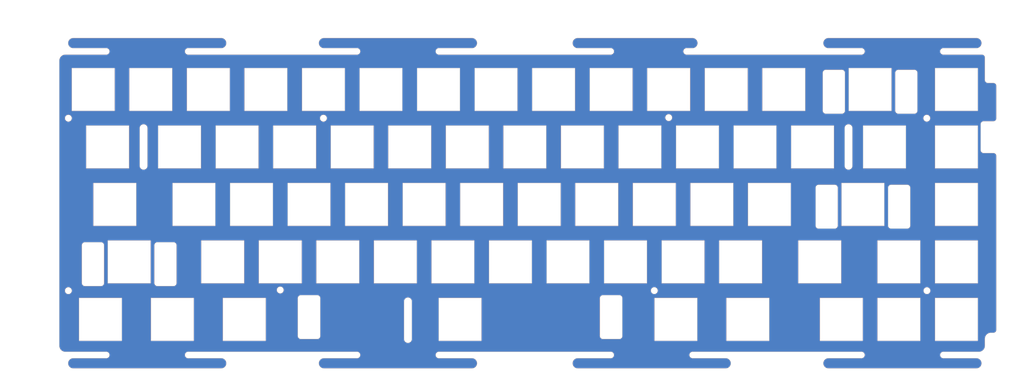
<source format=kicad_pcb>
(kicad_pcb (version 20171130) (host pcbnew "(5.1.10)-1")
  (layers (0 F.Cu signal) (31 B.Cu signal) (34 B.Paste user) (35 F.Paste user) (36 B.SilkS user) (37 F.SilkS user) (38 B.Mask user) (39 F.Mask user) (44 Edge.Cuts user))
  (net 0 "")
  (module MX_Only_v3:sanpjxlogo (layer F.Cu) (at 186.309 78.486)
    (fp_text reference G*** hide)
    (fp_text value LOGO hide)
  )
  (gr_line (start -36.680838 85.433219) (end -50.820838 85.433219) (layer Edge.Cuts) (width 0.1))
  (gr_line (start -36.680838 71.293219) (end -36.680838 85.433219) (layer Edge.Cuts) (width 0.1))
  (gr_line (start -50.820838 71.293219) (end -36.680838 71.293219) (layer Edge.Cuts) (width 0.1))
  (gr_line (start -50.820838 85.433219) (end -50.820838 71.293219) (layer Edge.Cuts) (width 0.1))
  (gr_line (start -12.868338 85.433219) (end -27.008338 85.433219) (layer Edge.Cuts) (width 0.1))
  (gr_line (start -12.868338 71.293219) (end -12.868338 85.433219) (layer Edge.Cuts) (width 0.1))
  (gr_line (start -27.008338 71.293219) (end -12.868338 71.293219) (layer Edge.Cuts) (width 0.1))
  (gr_line (start -27.008338 85.433219) (end -27.008338 71.293219) (layer Edge.Cuts) (width 0.1))
  (gr_line (start 10.944161 85.433219) (end -3.195838 85.433219) (layer Edge.Cuts) (width 0.1))
  (gr_line (start 10.944161 71.293219) (end 10.944161 85.433219) (layer Edge.Cuts) (width 0.1))
  (gr_line (start -3.195838 71.293219) (end 10.944161 71.293219) (layer Edge.Cuts) (width 0.1))
  (gr_line (start -3.195838 85.433219) (end -3.195838 71.293219) (layer Edge.Cuts) (width 0.1))
  (gr_line (start 82.381661 85.433219) (end 68.241661 85.433219) (layer Edge.Cuts) (width 0.1))
  (gr_line (start 82.381661 71.293219) (end 82.381661 85.433219) (layer Edge.Cuts) (width 0.1))
  (gr_line (start 68.241661 71.293219) (end 82.381661 71.293219) (layer Edge.Cuts) (width 0.1))
  (gr_line (start 68.241661 85.433219) (end 68.241661 71.293219) (layer Edge.Cuts) (width 0.1))
  (gr_line (start 153.819161 85.433219) (end 139.679161 85.433219) (layer Edge.Cuts) (width 0.1))
  (gr_line (start 153.819161 71.293219) (end 153.819161 85.433219) (layer Edge.Cuts) (width 0.1))
  (gr_line (start 139.679161 71.293219) (end 153.819161 71.293219) (layer Edge.Cuts) (width 0.1))
  (gr_line (start 139.679161 85.433219) (end 139.679161 71.293219) (layer Edge.Cuts) (width 0.1))
  (gr_line (start 163.491661 85.433219) (end 163.491661 71.293219) (layer Edge.Cuts) (width 0.1))
  (gr_line (start 177.631661 85.433219) (end 163.491661 85.433219) (layer Edge.Cuts) (width 0.1))
  (gr_line (start 177.631661 71.293219) (end 177.631661 85.433219) (layer Edge.Cuts) (width 0.1))
  (gr_line (start 163.491661 71.293219) (end 177.631661 71.293219) (layer Edge.Cuts) (width 0.1))
  (gr_line (start 194.447911 71.293219) (end 208.587911 71.293219) (layer Edge.Cuts) (width 0.1))
  (gr_line (start 194.447911 85.433219) (end 194.447911 71.293219) (layer Edge.Cuts) (width 0.1))
  (gr_line (start 208.587911 85.433219) (end 194.447911 85.433219) (layer Edge.Cuts) (width 0.1))
  (gr_line (start 208.587911 71.293219) (end 208.587911 85.433219) (layer Edge.Cuts) (width 0.1))
  (gr_line (start 213.497911 85.433219) (end 213.497911 71.293219) (layer Edge.Cuts) (width 0.1))
  (gr_line (start 227.637911 85.433219) (end 213.497911 85.433219) (layer Edge.Cuts) (width 0.1))
  (gr_line (start 227.637911 71.293219) (end 227.637911 85.433219) (layer Edge.Cuts) (width 0.1))
  (gr_line (start 213.497911 71.293219) (end 227.637911 71.293219) (layer Edge.Cuts) (width 0.1))
  (gr_line (start 232.547911 85.433219) (end 232.547911 71.293219) (layer Edge.Cuts) (width 0.1))
  (gr_line (start 246.687911 85.433219) (end 232.547911 85.433219) (layer Edge.Cuts) (width 0.1))
  (gr_line (start 246.687911 71.293219) (end 246.687911 85.433219) (layer Edge.Cuts) (width 0.1))
  (gr_line (start 232.547911 71.293219) (end 246.687911 71.293219) (layer Edge.Cuts) (width 0.1))
  (gr_line (start 213.497911 52.243219) (end 227.637911 52.243219) (layer Edge.Cuts) (width 0.1))
  (gr_line (start 213.497911 66.383219) (end 213.497911 52.243219) (layer Edge.Cuts) (width 0.1))
  (gr_line (start 227.637911 66.383219) (end 213.497911 66.383219) (layer Edge.Cuts) (width 0.1))
  (gr_line (start 227.637911 52.243219) (end 227.637911 66.383219) (layer Edge.Cuts) (width 0.1))
  (gr_line (start 232.547911 66.383219) (end 232.547911 52.243219) (layer Edge.Cuts) (width 0.1))
  (gr_line (start 246.687911 66.383219) (end 232.547911 66.383219) (layer Edge.Cuts) (width 0.1))
  (gr_line (start 246.687911 52.243219) (end 246.687911 66.383219) (layer Edge.Cuts) (width 0.1))
  (gr_line (start 232.547911 52.243219) (end 246.687911 52.243219) (layer Edge.Cuts) (width 0.1))
  (gr_line (start 142.060411 66.383219) (end 142.060411 52.243219) (layer Edge.Cuts) (width 0.1))
  (gr_line (start 156.200411 66.383219) (end 142.060411 66.383219) (layer Edge.Cuts) (width 0.1))
  (gr_line (start 156.200411 52.243219) (end 156.200411 66.383219) (layer Edge.Cuts) (width 0.1))
  (gr_line (start 142.060411 52.243219) (end 156.200411 52.243219) (layer Edge.Cuts) (width 0.1))
  (gr_line (start 161.110411 66.383219) (end 161.110411 52.243219) (layer Edge.Cuts) (width 0.1))
  (gr_line (start 175.250411 66.383219) (end 161.110411 66.383219) (layer Edge.Cuts) (width 0.1))
  (gr_line (start 175.250411 52.243219) (end 175.250411 66.383219) (layer Edge.Cuts) (width 0.1))
  (gr_line (start 161.110411 52.243219) (end 175.250411 52.243219) (layer Edge.Cuts) (width 0.1))
  (gr_line (start 65.860411 66.383219) (end 65.860411 52.243219) (layer Edge.Cuts) (width 0.1))
  (gr_line (start 80.000411 66.383219) (end 65.860411 66.383219) (layer Edge.Cuts) (width 0.1))
  (gr_line (start 80.000411 52.243219) (end 80.000411 66.383219) (layer Edge.Cuts) (width 0.1))
  (gr_line (start 65.860411 52.243219) (end 80.000411 52.243219) (layer Edge.Cuts) (width 0.1))
  (gr_line (start 84.910411 66.383219) (end 84.910411 52.243219) (layer Edge.Cuts) (width 0.1))
  (gr_line (start 99.050411 66.383219) (end 84.910411 66.383219) (layer Edge.Cuts) (width 0.1))
  (gr_line (start 99.050411 52.243219) (end 99.050411 66.383219) (layer Edge.Cuts) (width 0.1))
  (gr_line (start 84.910411 52.243219) (end 99.050411 52.243219) (layer Edge.Cuts) (width 0.1))
  (gr_line (start 103.960411 66.383219) (end 103.960411 52.243219) (layer Edge.Cuts) (width 0.1))
  (gr_line (start 118.100411 66.383219) (end 103.960411 66.383219) (layer Edge.Cuts) (width 0.1))
  (gr_line (start 118.100411 52.243219) (end 118.100411 66.383219) (layer Edge.Cuts) (width 0.1))
  (gr_line (start 103.960411 52.243219) (end 118.100411 52.243219) (layer Edge.Cuts) (width 0.1))
  (gr_line (start 123.010411 66.383219) (end 123.010411 52.243219) (layer Edge.Cuts) (width 0.1))
  (gr_line (start 137.150411 66.383219) (end 123.010411 66.383219) (layer Edge.Cuts) (width 0.1))
  (gr_line (start 137.150411 52.243219) (end 137.150411 66.383219) (layer Edge.Cuts) (width 0.1))
  (gr_line (start 123.010411 52.243219) (end 137.150411 52.243219) (layer Edge.Cuts) (width 0.1))
  (gr_line (start 46.810411 52.243219) (end 60.950411 52.243219) (layer Edge.Cuts) (width 0.1))
  (gr_line (start 46.810411 66.383219) (end 46.810411 52.243219) (layer Edge.Cuts) (width 0.1))
  (gr_line (start 60.950411 66.383219) (end 46.810411 66.383219) (layer Edge.Cuts) (width 0.1))
  (gr_line (start 60.950411 52.243219) (end 60.950411 66.383219) (layer Edge.Cuts) (width 0.1))
  (gr_line (start 27.760411 66.383219) (end 27.760411 52.243219) (layer Edge.Cuts) (width 0.1))
  (gr_line (start 41.900411 66.383219) (end 27.760411 66.383219) (layer Edge.Cuts) (width 0.1))
  (gr_line (start 41.900411 52.243219) (end 41.900411 66.383219) (layer Edge.Cuts) (width 0.1))
  (gr_line (start 27.760411 52.243219) (end 41.900411 52.243219) (layer Edge.Cuts) (width 0.1))
  (gr_line (start 22.850411 66.383219) (end 8.710411 66.383219) (layer Edge.Cuts) (width 0.1))
  (gr_line (start 22.850411 52.243219) (end 22.850411 66.383219) (layer Edge.Cuts) (width 0.1))
  (gr_line (start 8.710411 52.243219) (end 22.850411 52.243219) (layer Edge.Cuts) (width 0.1))
  (gr_line (start 8.710411 66.383219) (end 8.710411 52.243219) (layer Edge.Cuts) (width 0.1))
  (gr_line (start 187.304161 66.383219) (end 187.304161 52.243219) (layer Edge.Cuts) (width 0.1))
  (gr_line (start 201.444161 66.383219) (end 187.304161 66.383219) (layer Edge.Cuts) (width 0.1))
  (gr_line (start 201.444161 52.243219) (end 201.444161 66.383219) (layer Edge.Cuts) (width 0.1))
  (gr_line (start 187.304161 52.243219) (end 201.444161 52.243219) (layer Edge.Cuts) (width 0.1))
  (gr_line (start 3.800411 52.243219) (end 3.800411 66.383219) (layer Edge.Cuts) (width 0.1))
  (gr_line (start -10.339588 52.243219) (end 3.800411 52.243219) (layer Edge.Cuts) (width 0.1))
  (gr_line (start -10.339588 66.383219) (end -10.339588 52.243219) (layer Edge.Cuts) (width 0.1))
  (gr_line (start 3.800411 66.383219) (end -10.339588 66.383219) (layer Edge.Cuts) (width 0.1))
  (gr_line (start -27.155838 52.243219) (end -27.155838 66.383219) (layer Edge.Cuts) (width 0.1))
  (gr_line (start -41.295838 52.243219) (end -27.155838 52.243219) (layer Edge.Cuts) (width 0.1))
  (gr_line (start -41.295838 66.383219) (end -41.295838 52.243219) (layer Edge.Cuts) (width 0.1))
  (gr_line (start -27.155838 66.383219) (end -41.295838 66.383219) (layer Edge.Cuts) (width 0.1))
  (gr_line (start 215.731661 33.193219) (end 215.731661 47.333219) (layer Edge.Cuts) (width 0.1))
  (gr_line (start 201.591661 33.193219) (end 215.731661 33.193219) (layer Edge.Cuts) (width 0.1))
  (gr_line (start 201.591661 47.333219) (end 201.591661 33.193219) (layer Edge.Cuts) (width 0.1))
  (gr_line (start 215.731661 47.333219) (end 201.591661 47.333219) (layer Edge.Cuts) (width 0.1))
  (gr_line (start 232.547911 47.333219) (end 232.547911 33.193219) (layer Edge.Cuts) (width 0.1))
  (gr_line (start 246.687911 47.333219) (end 232.547911 47.333219) (layer Edge.Cuts) (width 0.1))
  (gr_line (start 246.687911 33.193219) (end 246.687911 47.333219) (layer Edge.Cuts) (width 0.1))
  (gr_line (start 232.547911 33.193219) (end 246.687911 33.193219) (layer Edge.Cuts) (width 0.1))
  (gr_line (start 146.675411 33.193219) (end 146.675411 47.333219) (layer Edge.Cuts) (width 0.1))
  (gr_line (start 132.535411 33.193219) (end 146.675411 33.193219) (layer Edge.Cuts) (width 0.1))
  (gr_line (start 132.535411 47.333219) (end 132.535411 33.193219) (layer Edge.Cuts) (width 0.1))
  (gr_line (start 146.675411 47.333219) (end 132.535411 47.333219) (layer Edge.Cuts) (width 0.1))
  (gr_line (start 165.725411 33.193219) (end 165.725411 47.333219) (layer Edge.Cuts) (width 0.1))
  (gr_line (start 151.585411 33.193219) (end 165.725411 33.193219) (layer Edge.Cuts) (width 0.1))
  (gr_line (start 151.585411 47.333219) (end 151.585411 33.193219) (layer Edge.Cuts) (width 0.1))
  (gr_line (start 165.725411 47.333219) (end 151.585411 47.333219) (layer Edge.Cuts) (width 0.1))
  (gr_line (start 184.775411 33.193219) (end 184.775411 47.333219) (layer Edge.Cuts) (width 0.1))
  (gr_line (start 170.635411 33.193219) (end 184.775411 33.193219) (layer Edge.Cuts) (width 0.1))
  (gr_line (start 170.635411 47.333219) (end 170.635411 33.193219) (layer Edge.Cuts) (width 0.1))
  (gr_line (start 184.775411 47.333219) (end 170.635411 47.333219) (layer Edge.Cuts) (width 0.1))
  (gr_line (start 70.475411 33.193219) (end 70.475411 47.333219) (layer Edge.Cuts) (width 0.1))
  (gr_line (start 56.335411 33.193219) (end 70.475411 33.193219) (layer Edge.Cuts) (width 0.1))
  (gr_line (start 56.335411 47.333219) (end 56.335411 33.193219) (layer Edge.Cuts) (width 0.1))
  (gr_line (start 70.475411 47.333219) (end 56.335411 47.333219) (layer Edge.Cuts) (width 0.1))
  (gr_line (start 89.525411 33.193219) (end 89.525411 47.333219) (layer Edge.Cuts) (width 0.1))
  (gr_line (start 75.385411 33.193219) (end 89.525411 33.193219) (layer Edge.Cuts) (width 0.1))
  (gr_line (start 75.385411 47.333219) (end 75.385411 33.193219) (layer Edge.Cuts) (width 0.1))
  (gr_line (start 89.525411 47.333219) (end 75.385411 47.333219) (layer Edge.Cuts) (width 0.1))
  (gr_line (start 108.575411 33.193219) (end 108.575411 47.333219) (layer Edge.Cuts) (width 0.1))
  (gr_line (start 94.435411 33.193219) (end 108.575411 33.193219) (layer Edge.Cuts) (width 0.1))
  (gr_line (start 94.435411 47.333219) (end 94.435411 33.193219) (layer Edge.Cuts) (width 0.1))
  (gr_line (start 108.575411 47.333219) (end 94.435411 47.333219) (layer Edge.Cuts) (width 0.1))
  (gr_line (start 127.625411 33.193219) (end 127.625411 47.333219) (layer Edge.Cuts) (width 0.1))
  (gr_line (start 113.485411 33.193219) (end 127.625411 33.193219) (layer Edge.Cuts) (width 0.1))
  (gr_line (start 113.485411 47.333219) (end 113.485411 33.193219) (layer Edge.Cuts) (width 0.1))
  (gr_line (start 127.625411 47.333219) (end 113.485411 47.333219) (layer Edge.Cuts) (width 0.1))
  (gr_line (start 37.285411 47.333219) (end 37.285411 33.193219) (layer Edge.Cuts) (width 0.1))
  (gr_line (start 51.425411 47.333219) (end 37.285411 47.333219) (layer Edge.Cuts) (width 0.1))
  (gr_line (start 51.425411 33.193219) (end 51.425411 47.333219) (layer Edge.Cuts) (width 0.1))
  (gr_line (start 37.285411 33.193219) (end 51.425411 33.193219) (layer Edge.Cuts) (width 0.1))
  (gr_line (start 18.235411 47.333219) (end 18.235411 33.193219) (layer Edge.Cuts) (width 0.1))
  (gr_line (start 32.375411 47.333219) (end 18.235411 47.333219) (layer Edge.Cuts) (width 0.1))
  (gr_line (start 32.375411 33.193219) (end 32.375411 47.333219) (layer Edge.Cuts) (width 0.1))
  (gr_line (start 18.235411 33.193219) (end 32.375411 33.193219) (layer Edge.Cuts) (width 0.1))
  (gr_line (start 13.325411 33.193219) (end 13.325411 47.333219) (layer Edge.Cuts) (width 0.1))
  (gr_line (start -0.814588 33.193219) (end 13.325411 33.193219) (layer Edge.Cuts) (width 0.1))
  (gr_line (start -0.814588 47.333219) (end -0.814588 33.193219) (layer Edge.Cuts) (width 0.1))
  (gr_line (start 13.325411 47.333219) (end -0.814588 47.333219) (layer Edge.Cuts) (width 0.1))
  (gr_line (start -5.724588 33.193219) (end -5.724588 47.333219) (layer Edge.Cuts) (width 0.1))
  (gr_line (start -19.864588 33.193219) (end -5.724588 33.193219) (layer Edge.Cuts) (width 0.1))
  (gr_line (start -19.864588 47.333219) (end -19.864588 33.193219) (layer Edge.Cuts) (width 0.1))
  (gr_line (start -5.724588 47.333219) (end -19.864588 47.333219) (layer Edge.Cuts) (width 0.1))
  (gr_line (start -31.918338 33.193219) (end -31.918338 47.333219) (layer Edge.Cuts) (width 0.1))
  (gr_line (start -46.058338 33.193219) (end -31.918338 33.193219) (layer Edge.Cuts) (width 0.1))
  (gr_line (start -46.058338 47.333219) (end -46.058338 33.193219) (layer Edge.Cuts) (width 0.1))
  (gr_line (start -31.918338 47.333219) (end -46.058338 47.333219) (layer Edge.Cuts) (width 0.1))
  (gr_line (start 232.547911 28.283219) (end 232.547911 14.143219) (layer Edge.Cuts) (width 0.1))
  (gr_line (start 246.687911 28.283219) (end 232.547911 28.283219) (layer Edge.Cuts) (width 0.1))
  (gr_line (start 246.687911 14.143219) (end 246.687911 28.283219) (layer Edge.Cuts) (width 0.1))
  (gr_line (start 232.547911 14.143219) (end 246.687911 14.143219) (layer Edge.Cuts) (width 0.1))
  (gr_line (start 208.735411 28.283219) (end 208.735411 14.143219) (layer Edge.Cuts) (width 0.1))
  (gr_line (start 222.875411 28.283219) (end 208.735411 28.283219) (layer Edge.Cuts) (width 0.1))
  (gr_line (start 222.875411 14.143219) (end 222.875411 28.283219) (layer Edge.Cuts) (width 0.1))
  (gr_line (start 208.735411 14.143219) (end 222.875411 14.143219) (layer Edge.Cuts) (width 0.1))
  (gr_line (start 184.922911 28.283219) (end 184.922911 14.143219) (layer Edge.Cuts) (width 0.1))
  (gr_line (start 199.062911 28.283219) (end 184.922911 28.283219) (layer Edge.Cuts) (width 0.1))
  (gr_line (start 199.062911 14.143219) (end 199.062911 28.283219) (layer Edge.Cuts) (width 0.1))
  (gr_line (start 184.922911 14.143219) (end 199.062911 14.143219) (layer Edge.Cuts) (width 0.1))
  (gr_line (start 165.872911 28.283219) (end 165.872911 14.143219) (layer Edge.Cuts) (width 0.1))
  (gr_line (start 180.012911 28.283219) (end 165.872911 28.283219) (layer Edge.Cuts) (width 0.1))
  (gr_line (start 180.012911 14.143219) (end 180.012911 28.283219) (layer Edge.Cuts) (width 0.1))
  (gr_line (start 165.872911 14.143219) (end 180.012911 14.143219) (layer Edge.Cuts) (width 0.1))
  (gr_line (start 146.822911 28.283219) (end 146.822911 14.143219) (layer Edge.Cuts) (width 0.1))
  (gr_line (start 160.962911 28.283219) (end 146.822911 28.283219) (layer Edge.Cuts) (width 0.1))
  (gr_line (start 160.962911 14.143219) (end 160.962911 28.283219) (layer Edge.Cuts) (width 0.1))
  (gr_line (start 146.822911 14.143219) (end 160.962911 14.143219) (layer Edge.Cuts) (width 0.1))
  (gr_line (start 127.772911 28.283219) (end 127.772911 14.143219) (layer Edge.Cuts) (width 0.1))
  (gr_line (start 141.912911 28.283219) (end 127.772911 28.283219) (layer Edge.Cuts) (width 0.1))
  (gr_line (start 141.912911 14.143219) (end 141.912911 28.283219) (layer Edge.Cuts) (width 0.1))
  (gr_line (start 127.772911 14.143219) (end 141.912911 14.143219) (layer Edge.Cuts) (width 0.1))
  (gr_line (start 108.722911 28.283219) (end 108.722911 14.143219) (layer Edge.Cuts) (width 0.1))
  (gr_line (start 122.862911 28.283219) (end 108.722911 28.283219) (layer Edge.Cuts) (width 0.1))
  (gr_line (start 122.862911 14.143219) (end 122.862911 28.283219) (layer Edge.Cuts) (width 0.1))
  (gr_line (start 108.722911 14.143219) (end 122.862911 14.143219) (layer Edge.Cuts) (width 0.1))
  (gr_line (start 89.672911 28.283219) (end 89.672911 14.143219) (layer Edge.Cuts) (width 0.1))
  (gr_line (start 103.812911 28.283219) (end 89.672911 28.283219) (layer Edge.Cuts) (width 0.1))
  (gr_line (start 103.812911 14.143219) (end 103.812911 28.283219) (layer Edge.Cuts) (width 0.1))
  (gr_line (start 89.672911 14.143219) (end 103.812911 14.143219) (layer Edge.Cuts) (width 0.1))
  (gr_line (start 70.622911 28.283219) (end 70.622911 14.143219) (layer Edge.Cuts) (width 0.1))
  (gr_line (start 84.762911 28.283219) (end 70.622911 28.283219) (layer Edge.Cuts) (width 0.1))
  (gr_line (start 84.762911 14.143219) (end 84.762911 28.283219) (layer Edge.Cuts) (width 0.1))
  (gr_line (start 70.622911 14.143219) (end 84.762911 14.143219) (layer Edge.Cuts) (width 0.1))
  (gr_line (start 51.572911 28.283219) (end 51.572911 14.143219) (layer Edge.Cuts) (width 0.1))
  (gr_line (start 65.712911 28.283219) (end 51.572911 28.283219) (layer Edge.Cuts) (width 0.1))
  (gr_line (start 65.712911 14.143219) (end 65.712911 28.283219) (layer Edge.Cuts) (width 0.1))
  (gr_line (start 51.572911 14.143219) (end 65.712911 14.143219) (layer Edge.Cuts) (width 0.1))
  (gr_line (start 32.522911 28.283219) (end 32.522911 14.143219) (layer Edge.Cuts) (width 0.1))
  (gr_line (start 46.662911 28.283219) (end 32.522911 28.283219) (layer Edge.Cuts) (width 0.1))
  (gr_line (start 46.662911 14.143219) (end 46.662911 28.283219) (layer Edge.Cuts) (width 0.1))
  (gr_line (start 32.522911 14.143219) (end 46.662911 14.143219) (layer Edge.Cuts) (width 0.1))
  (gr_line (start 13.472911 28.283219) (end 13.472911 14.143219) (layer Edge.Cuts) (width 0.1))
  (gr_line (start 27.612911 28.283219) (end 13.472911 28.283219) (layer Edge.Cuts) (width 0.1))
  (gr_line (start 27.612911 14.143219) (end 27.612911 28.283219) (layer Edge.Cuts) (width 0.1))
  (gr_line (start 13.472911 14.143219) (end 27.612911 14.143219) (layer Edge.Cuts) (width 0.1))
  (gr_line (start -5.577088 28.283219) (end -5.577088 14.143219) (layer Edge.Cuts) (width 0.1))
  (gr_line (start 8.562911 28.283219) (end -5.577088 28.283219) (layer Edge.Cuts) (width 0.1))
  (gr_line (start 8.562911 14.143219) (end 8.562911 28.283219) (layer Edge.Cuts) (width 0.1))
  (gr_line (start -5.577088 14.143219) (end 8.562911 14.143219) (layer Edge.Cuts) (width 0.1))
  (gr_line (start -24.627088 28.283219) (end -24.627088 14.143219) (layer Edge.Cuts) (width 0.1))
  (gr_line (start -10.487088 28.283219) (end -24.627088 28.283219) (layer Edge.Cuts) (width 0.1))
  (gr_line (start -10.487088 14.143219) (end -10.487088 28.283219) (layer Edge.Cuts) (width 0.1))
  (gr_line (start -24.627088 14.143219) (end -10.487088 14.143219) (layer Edge.Cuts) (width 0.1))
  (gr_line (start -34.299588 14.143219) (end -34.299588 28.283219) (layer Edge.Cuts) (width 0.1))
  (gr_line (start -48.439588 14.143219) (end -34.299588 14.143219) (layer Edge.Cuts) (width 0.1))
  (gr_line (start -48.439588 28.283219) (end -48.439588 14.143219) (layer Edge.Cuts) (width 0.1))
  (gr_line (start -34.299588 28.283219) (end -48.439588 28.283219) (layer Edge.Cuts) (width 0.1))
  (gr_line (start 246.687911 9.233219) (end 232.547911 9.233219) (layer Edge.Cuts) (width 0.1))
  (gr_line (start 246.687911 -4.90678) (end 246.687911 9.233219) (layer Edge.Cuts) (width 0.1))
  (gr_line (start 232.547911 -4.90678) (end 246.687911 -4.90678) (layer Edge.Cuts) (width 0.1))
  (gr_line (start 232.547911 9.233219) (end 232.547911 -4.90678) (layer Edge.Cuts) (width 0.1))
  (gr_line (start 189.537911 9.233219) (end 175.397911 9.233219) (layer Edge.Cuts) (width 0.1))
  (gr_line (start 189.537911 -4.90678) (end 189.537911 9.233219) (layer Edge.Cuts) (width 0.1))
  (gr_line (start 175.397911 -4.90678) (end 189.537911 -4.90678) (layer Edge.Cuts) (width 0.1))
  (gr_line (start 175.397911 9.233219) (end 175.397911 -4.90678) (layer Edge.Cuts) (width 0.1))
  (gr_line (start 218.112911 -4.90678) (end 218.112911 9.233219) (layer Edge.Cuts) (width 0.1))
  (gr_line (start 203.972911 -4.90678) (end 218.112911 -4.90678) (layer Edge.Cuts) (width 0.1))
  (gr_line (start 203.972911 9.233219) (end 203.972911 -4.90678) (layer Edge.Cuts) (width 0.1))
  (gr_line (start 218.112911 9.233219) (end 203.972911 9.233219) (layer Edge.Cuts) (width 0.1))
  (gr_line (start 156.347911 9.233219) (end 156.347911 -4.90678) (layer Edge.Cuts) (width 0.1))
  (gr_line (start 170.487911 9.233219) (end 156.347911 9.233219) (layer Edge.Cuts) (width 0.1))
  (gr_line (start 170.487911 -4.90678) (end 170.487911 9.233219) (layer Edge.Cuts) (width 0.1))
  (gr_line (start 156.347911 -4.90678) (end 170.487911 -4.90678) (layer Edge.Cuts) (width 0.1))
  (gr_line (start 137.297911 9.233219) (end 137.297911 -4.90678) (layer Edge.Cuts) (width 0.1))
  (gr_line (start 151.437911 9.233219) (end 137.297911 9.233219) (layer Edge.Cuts) (width 0.1))
  (gr_line (start 151.437911 -4.90678) (end 151.437911 9.233219) (layer Edge.Cuts) (width 0.1))
  (gr_line (start 137.297911 -4.90678) (end 151.437911 -4.90678) (layer Edge.Cuts) (width 0.1))
  (gr_line (start 118.247911 9.233219) (end 118.247911 -4.90678) (layer Edge.Cuts) (width 0.1))
  (gr_line (start 132.387911 9.233219) (end 118.247911 9.233219) (layer Edge.Cuts) (width 0.1))
  (gr_line (start 132.387911 -4.90678) (end 132.387911 9.233219) (layer Edge.Cuts) (width 0.1))
  (gr_line (start 118.247911 -4.90678) (end 132.387911 -4.90678) (layer Edge.Cuts) (width 0.1))
  (gr_line (start 99.197911 9.233219) (end 99.197911 -4.90678) (layer Edge.Cuts) (width 0.1))
  (gr_line (start 113.337911 9.233219) (end 99.197911 9.233219) (layer Edge.Cuts) (width 0.1))
  (gr_line (start 113.337911 -4.90678) (end 113.337911 9.233219) (layer Edge.Cuts) (width 0.1))
  (gr_line (start 99.197911 -4.90678) (end 113.337911 -4.90678) (layer Edge.Cuts) (width 0.1))
  (gr_line (start 80.147911 9.233219) (end 80.147911 -4.90678) (layer Edge.Cuts) (width 0.1))
  (gr_line (start 94.287911 9.233219) (end 80.147911 9.233219) (layer Edge.Cuts) (width 0.1))
  (gr_line (start 94.287911 -4.90678) (end 94.287911 9.233219) (layer Edge.Cuts) (width 0.1))
  (gr_line (start 80.147911 -4.90678) (end 94.287911 -4.90678) (layer Edge.Cuts) (width 0.1))
  (gr_line (start 61.097911 9.233219) (end 61.097911 -4.90678) (layer Edge.Cuts) (width 0.1))
  (gr_line (start 75.237911 9.233219) (end 61.097911 9.233219) (layer Edge.Cuts) (width 0.1))
  (gr_line (start 75.237911 -4.90678) (end 75.237911 9.233219) (layer Edge.Cuts) (width 0.1))
  (gr_line (start 61.097911 -4.90678) (end 75.237911 -4.90678) (layer Edge.Cuts) (width 0.1))
  (gr_line (start 42.047911 9.233219) (end 42.047911 -4.90678) (layer Edge.Cuts) (width 0.1))
  (gr_line (start 56.187911 9.233219) (end 42.047911 9.233219) (layer Edge.Cuts) (width 0.1))
  (gr_line (start 56.187911 -4.90678) (end 56.187911 9.233219) (layer Edge.Cuts) (width 0.1))
  (gr_line (start 42.047911 -4.90678) (end 56.187911 -4.90678) (layer Edge.Cuts) (width 0.1))
  (gr_line (start 22.997911 9.233219) (end 22.997911 -4.90678) (layer Edge.Cuts) (width 0.1))
  (gr_line (start 37.137911 9.233219) (end 22.997911 9.233219) (layer Edge.Cuts) (width 0.1))
  (gr_line (start 37.137911 -4.90678) (end 37.137911 9.233219) (layer Edge.Cuts) (width 0.1))
  (gr_line (start 22.997911 -4.90678) (end 37.137911 -4.90678) (layer Edge.Cuts) (width 0.1))
  (gr_line (start 3.947911 9.233219) (end 3.947911 -4.90678) (layer Edge.Cuts) (width 0.1))
  (gr_line (start 18.087911 9.233219) (end 3.947911 9.233219) (layer Edge.Cuts) (width 0.1))
  (gr_line (start 18.087911 -4.90678) (end 18.087911 9.233219) (layer Edge.Cuts) (width 0.1))
  (gr_line (start 3.947911 -4.90678) (end 18.087911 -4.90678) (layer Edge.Cuts) (width 0.1))
  (gr_line (start -15.102088 9.233219) (end -15.102088 -4.90678) (layer Edge.Cuts) (width 0.1))
  (gr_line (start -0.962088 9.233219) (end -15.102088 9.233219) (layer Edge.Cuts) (width 0.1))
  (gr_line (start -0.962088 -4.90678) (end -0.962088 9.233219) (layer Edge.Cuts) (width 0.1))
  (gr_line (start -15.102088 -4.90678) (end -0.962088 -4.90678) (layer Edge.Cuts) (width 0.1))
  (gr_line (start -34.152088 9.233219) (end -34.152088 -4.90678) (layer Edge.Cuts) (width 0.1))
  (gr_line (start -20.012088 9.233219) (end -34.152088 9.233219) (layer Edge.Cuts) (width 0.1))
  (gr_line (start -20.012088 -4.90678) (end -20.012088 9.233219) (layer Edge.Cuts) (width 0.1))
  (gr_line (start -34.152088 -4.90678) (end -20.012088 -4.90678) (layer Edge.Cuts) (width 0.1))
  (gr_line (start -39.062088 9.233219) (end -53.202088 9.233219) (layer Edge.Cuts) (width 0.1))
  (gr_line (start -39.062088 -4.90678) (end -39.062088 9.233219) (layer Edge.Cuts) (width 0.1))
  (gr_line (start -53.202088 -4.90678) (end -39.062088 -4.90678) (layer Edge.Cuts) (width 0.1))
  (gr_line (start -53.202088 9.233219) (end -53.202088 -4.90678) (layer Edge.Cuts) (width 0.1))
  (gr_line (start 114.240911 -14.91678) (end 152.240911 -14.91678) (layer Edge.Cuts) (width 0.1))
  (gr_arc (start 152.240911 -13.216845) (end 152.240911 -11.51691) (angle -180) (layer Edge.Cuts) (width 0.1))
  (gr_arc (start 150.292161 -10.46691) (end 150.240911 -11.51691) (angle -174.4112759) (layer Edge.Cuts) (width 0.1))
  (gr_line (start 152.240911 -11.51691) (end 150.240911 -11.51691) (layer Edge.Cuts) (width 0.1))
  (gr_arc (start 208.189661 90.172339) (end 208.240911 91.222339) (angle -174.4112759) (layer Edge.Cuts) (width 0.1))
  (gr_arc (start 246.244911 92.922779) (end 246.242372 94.622712) (angle -180.1710961) (layer Edge.Cuts) (width 0.1))
  (gr_arc (start 251.054911 84.823219) (end 251.054911 82.823219) (angle -90) (layer Edge.Cuts) (width 0.1))
  (gr_circle (center 229.855411 68.853219) (end 230.955411 68.853219) (layer Edge.Cuts) (width 0.1))
  (gr_arc (start 247.054911 87.123219) (end 247.054911 89.123219) (angle -90) (layer Edge.Cuts) (width 0.1))
  (gr_line (start 114.243449 91.222339) (end 125.240911 91.222339) (layer Edge.Cuts) (width 0.1))
  (gr_arc (start 125.189661 -10.46691) (end 125.240911 -9.41691) (angle -174.4112759) (layer Edge.Cuts) (width 0.1))
  (gr_arc (start 114.240911 -13.216845) (end 114.240911 -14.91678) (angle -180) (layer Edge.Cuts) (width 0.1))
  (gr_line (start 152.240911 91.222339) (end 163.238372 91.222339) (layer Edge.Cuts) (width 0.1))
  (gr_line (start 114.240911 94.623219) (end 163.240911 94.623219) (layer Edge.Cuts) (width 0.1))
  (gr_circle (center 144.372911 11.483219) (end 145.472911 11.483219) (layer Edge.Cuts) (width 0.1))
  (gr_line (start 125.240911 -11.51691) (end 114.240911 -11.51691) (layer Edge.Cuts) (width 0.1))
  (gr_arc (start 152.292161 90.172339) (end 152.240911 89.122339) (angle -174.4112759) (layer Edge.Cuts) (width 0.1))
  (gr_arc (start 163.240911 92.922779) (end 163.238372 94.622712) (angle -180.1710961) (layer Edge.Cuts) (width 0.1))
  (gr_arc (start 125.189661 90.172339) (end 125.240911 91.222339) (angle -174.4112759) (layer Edge.Cuts) (width 0.1))
  (gr_line (start -52.759088 94.623219) (end -3.759088 94.623219) (layer Edge.Cuts) (width 0.1))
  (gr_arc (start 114.240911 92.922779) (end 114.243449 91.222846) (angle -180.1710961) (layer Edge.Cuts) (width 0.1))
  (gr_line (start -52.75655 91.222339) (end -41.759088 91.222339) (layer Edge.Cuts) (width 0.1))
  (gr_circle (center -54.364588 68.853219) (end -53.264588 68.853219) (layer Edge.Cuts) (width 0.1))
  (gr_arc (start -52.759088 92.922779) (end -52.75655 91.222846) (angle -180.1710961) (layer Edge.Cuts) (width 0.1))
  (gr_line (start -14.759088 89.122339) (end 41.240911 89.122339) (layer Edge.Cuts) (width 0.1))
  (gr_line (start -57.369088 -7.41691) (end -57.369088 87.122339) (layer Edge.Cuts) (width 0.1))
  (gr_arc (start -55.369088 87.122339) (end -57.369088 87.122339) (angle -90) (layer Edge.Cuts) (width 0.1))
  (gr_line (start -55.369088 89.122339) (end -41.759088 89.122339) (layer Edge.Cuts) (width 0.1))
  (gr_arc (start -43.575838 53.813219) (end -42.575838 53.813219) (angle -90) (layer Edge.Cuts) (width 0.1))
  (gr_line (start -48.875838 52.813219) (end -43.575838 52.813219) (layer Edge.Cuts) (width 0.1))
  (gr_arc (start -48.875838 53.813219) (end -48.875838 52.813219) (angle -90) (layer Edge.Cuts) (width 0.1))
  (gr_line (start -49.875838 66.313219) (end -49.875838 53.813219) (layer Edge.Cuts) (width 0.1))
  (gr_arc (start -48.875838 66.313219) (end -49.875838 66.313219) (angle -90) (layer Edge.Cuts) (width 0.1))
  (gr_line (start -43.575838 67.313219) (end -48.875838 67.313219) (layer Edge.Cuts) (width 0.1))
  (gr_arc (start -43.575838 66.313219) (end -43.575838 67.313219) (angle -90) (layer Edge.Cuts) (width 0.1))
  (gr_line (start -42.575838 53.813219) (end -42.575838 66.313219) (layer Edge.Cuts) (width 0.1))
  (gr_arc (start -24.875838 66.313219) (end -25.875838 66.313219) (angle -90) (layer Edge.Cuts) (width 0.1))
  (gr_line (start -19.575838 67.313219) (end -24.875838 67.313219) (layer Edge.Cuts) (width 0.1))
  (gr_arc (start -19.575838 66.313219) (end -19.575838 67.313219) (angle -90) (layer Edge.Cuts) (width 0.1))
  (gr_line (start -18.575838 53.813219) (end -18.575838 66.313219) (layer Edge.Cuts) (width 0.1))
  (gr_arc (start -19.575838 53.813219) (end -18.575838 53.813219) (angle -90) (layer Edge.Cuts) (width 0.1))
  (gr_line (start -24.875838 52.813219) (end -19.575838 52.813219) (layer Edge.Cuts) (width 0.1))
  (gr_arc (start -24.875838 53.813219) (end -24.875838 52.813219) (angle -90) (layer Edge.Cuts) (width 0.1))
  (gr_line (start -25.875838 66.313219) (end -25.875838 53.813219) (layer Edge.Cuts) (width 0.1))
  (gr_circle (center 139.605411 68.833219) (end 140.705411 68.833219) (layer Edge.Cuts) (width 0.1))
  (gr_arc (start -41.810338 90.172339) (end -41.759088 91.222339) (angle -174.4112759) (layer Edge.Cuts) (width 0.1))
  (gr_line (start 41.240911 -9.41691) (end -14.759088 -9.41691) (layer Edge.Cuts) (width 0.1))
  (gr_line (start 129.011661 71.363219) (end 129.011661 83.863219) (layer Edge.Cuts) (width 0.1))
  (gr_arc (start 128.011661 71.363219) (end 129.011661 71.363219) (angle -90) (layer Edge.Cuts) (width 0.1))
  (gr_line (start 122.611661 70.363219) (end 128.011661 70.363219) (layer Edge.Cuts) (width 0.1))
  (gr_arc (start 122.611661 71.363219) (end 122.611661 70.363219) (angle -90) (layer Edge.Cuts) (width 0.1))
  (gr_line (start 121.611661 83.863219) (end 121.611661 71.363219) (layer Edge.Cuts) (width 0.1))
  (gr_arc (start 122.611661 83.863219) (end 121.611661 83.863219) (angle -90) (layer Edge.Cuts) (width 0.1))
  (gr_line (start 128.011661 84.863219) (end 122.611661 84.863219) (layer Edge.Cuts) (width 0.1))
  (gr_arc (start 128.011661 83.863219) (end 128.011661 84.863219) (angle -90) (layer Edge.Cuts) (width 0.1))
  (gr_arc (start 30.240911 -13.216845) (end 30.240911 -14.91678) (angle -180) (layer Edge.Cuts) (width 0.1))
  (gr_line (start 30.240911 94.623219) (end 79.240911 94.623219) (layer Edge.Cuts) (width 0.1))
  (gr_line (start 68.240911 91.222339) (end 79.24038 91.222339) (layer Edge.Cuts) (width 0.1))
  (gr_arc (start 79.240911 92.922779) (end 79.239375 94.622713) (angle -180.0696226) (layer Edge.Cuts) (width 0.1))
  (gr_line (start 30.243449 91.222339) (end 41.240911 91.222339) (layer Edge.Cuts) (width 0.1))
  (gr_arc (start 68.292161 90.172339) (end 68.240911 89.122339) (angle -174.4112759) (layer Edge.Cuts) (width 0.1))
  (gr_line (start 68.240911 89.122339) (end 125.240911 89.122339) (layer Edge.Cuts) (width 0.1))
  (gr_circle (center 30.072911 11.683219) (end 31.172911 11.683219) (layer Edge.Cuts) (width 0.1))
  (gr_arc (start 41.189661 -10.46691) (end 41.240911 -9.41691) (angle -174.4112759) (layer Edge.Cuts) (width 0.1))
  (gr_line (start 59.323911 72.413254) (end 59.323911 84.863254) (layer Edge.Cuts) (width 0.1))
  (gr_arc (start 58.048911 72.413254) (end 59.323911 72.413254) (angle -180) (layer Edge.Cuts) (width 0.1))
  (gr_line (start 56.773911 84.863254) (end 56.773911 72.413254) (layer Edge.Cuts) (width 0.1))
  (gr_arc (start 58.048911 84.863254) (end 56.773911 84.863254) (angle -180) (layer Edge.Cuts) (width 0.1))
  (gr_arc (start 30.240911 92.922779) (end 30.243449 91.222846) (angle -180.1710961) (layer Edge.Cuts) (width 0.1))
  (gr_arc (start 41.189661 90.172339) (end 41.240911 91.222339) (angle -174.4112759) (layer Edge.Cuts) (width 0.1))
  (gr_line (start 125.240911 -9.41691) (end 68.240911 -9.41691) (layer Edge.Cuts) (width 0.1))
  (gr_line (start -3.759088 -11.51691) (end -14.759088 -11.51691) (layer Edge.Cuts) (width 0.1))
  (gr_arc (start -14.707838 -10.46691) (end -14.759088 -11.51691) (angle -174.4112759) (layer Edge.Cuts) (width 0.1))
  (gr_arc (start -3.759088 -13.216845) (end -3.759088 -11.51691) (angle -180) (layer Edge.Cuts) (width 0.1))
  (gr_line (start 30.240911 -14.91678) (end 79.240911 -14.91678) (layer Edge.Cuts) (width 0.1))
  (gr_line (start 41.240911 -11.51691) (end 30.240911 -11.51691) (layer Edge.Cuts) (width 0.1))
  (gr_arc (start 79.240911 -13.216845) (end 79.240911 -11.51691) (angle -180) (layer Edge.Cuts) (width 0.1))
  (gr_arc (start 68.292161 -10.46691) (end 68.240911 -11.51691) (angle -174.4112759) (layer Edge.Cuts) (width 0.1))
  (gr_line (start 79.240911 -11.51691) (end 68.240911 -11.51691) (layer Edge.Cuts) (width 0.1))
  (gr_arc (start -3.759088 92.922779) (end -3.761627 94.622712) (angle -180.1710961) (layer Edge.Cuts) (width 0.1))
  (gr_line (start -14.759088 91.222339) (end -3.761627 91.222339) (layer Edge.Cuts) (width 0.1))
  (gr_circle (center 15.775411 68.633219) (end 16.875411 68.633219) (layer Edge.Cuts) (width 0.1))
  (gr_line (start -52.759088 -14.91678) (end -3.759088 -14.91678) (layer Edge.Cuts) (width 0.1))
  (gr_line (start -41.759088 -9.41691) (end -55.369088 -9.41691) (layer Edge.Cuts) (width 0.1))
  (gr_arc (start 28.011661 83.863219) (end 28.011661 84.863219) (angle -90) (layer Edge.Cuts) (width 0.1))
  (gr_line (start 29.011661 71.363219) (end 29.011661 83.863219) (layer Edge.Cuts) (width 0.1))
  (gr_arc (start 28.011661 71.363219) (end 29.011661 71.363219) (angle -90) (layer Edge.Cuts) (width 0.1))
  (gr_line (start 22.611661 70.363219) (end 28.011661 70.363219) (layer Edge.Cuts) (width 0.1))
  (gr_arc (start 22.611661 71.363219) (end 22.611661 70.363219) (angle -90) (layer Edge.Cuts) (width 0.1))
  (gr_line (start 21.611661 83.863219) (end 21.611661 71.363219) (layer Edge.Cuts) (width 0.1))
  (gr_arc (start 22.611661 83.863219) (end 21.611661 83.863219) (angle -90) (layer Edge.Cuts) (width 0.1))
  (gr_line (start 28.011661 84.863219) (end 22.611661 84.863219) (layer Edge.Cuts) (width 0.1))
  (gr_arc (start -14.707838 90.172339) (end -14.759088 89.122339) (angle -174.4112759) (layer Edge.Cuts) (width 0.1))
  (gr_line (start -41.759088 -11.51691) (end -52.759088 -11.51691) (layer Edge.Cuts) (width 0.1))
  (gr_circle (center -54.367088 11.683219) (end -53.267088 11.683219) (layer Edge.Cuts) (width 0.1))
  (gr_arc (start -41.810338 -10.46691) (end -41.759088 -9.41691) (angle -174.4112759) (layer Edge.Cuts) (width 0.1))
  (gr_arc (start -55.369088 -7.41691) (end -55.369088 -9.41691) (angle -90) (layer Edge.Cuts) (width 0.1))
  (gr_arc (start -52.759088 -13.216845) (end -52.759088 -14.91678) (angle -180) (layer Edge.Cuts) (width 0.1))
  (gr_arc (start -29.464588 14.993219) (end -28.189588 14.993219) (angle -180) (layer Edge.Cuts) (width 0.1))
  (gr_line (start -30.739588 27.443219) (end -30.739588 14.993219) (layer Edge.Cuts) (width 0.1))
  (gr_arc (start -29.464588 27.443219) (end -30.739588 27.443219) (angle -180) (layer Edge.Cuts) (width 0.1))
  (gr_line (start -28.189588 14.993219) (end -28.189588 27.443219) (layer Edge.Cuts) (width 0.1))
  (gr_line (start 252.854911 11.713219) (end 252.854911 0.983219) (layer Edge.Cuts) (width 0.1))
  (gr_arc (start 235.296161 -10.46691) (end 235.244911 -11.51691) (angle -174.4112759) (layer Edge.Cuts) (width 0.1))
  (gr_arc (start 251.854911 11.713219) (end 251.854911 12.713219) (angle -90) (layer Edge.Cuts) (width 0.1))
  (gr_line (start 247.654911 13.713219) (end 247.654911 22.213219) (layer Edge.Cuts) (width 0.1))
  (gr_line (start 251.854911 -0.01678) (end 250.054911 -0.01678) (layer Edge.Cuts) (width 0.1))
  (gr_arc (start 251.854911 0.983219) (end 252.854911 0.983219) (angle -90) (layer Edge.Cuts) (width 0.1))
  (gr_arc (start 248.654911 22.213219) (end 247.654911 22.213219) (angle -90) (layer Edge.Cuts) (width 0.1))
  (gr_arc (start 248.054911 -8.41691) (end 249.054911 -8.41691) (angle -90) (layer Edge.Cuts) (width 0.1))
  (gr_line (start 251.854911 12.713219) (end 248.654911 12.713219) (layer Edge.Cuts) (width 0.1))
  (gr_line (start 246.244911 -11.51691) (end 235.244911 -11.51691) (layer Edge.Cuts) (width 0.1))
  (gr_arc (start 248.654911 13.713219) (end 248.654911 12.713219) (angle -90) (layer Edge.Cuts) (width 0.1))
  (gr_arc (start 194.011661 34.763219) (end 194.011661 33.763219) (angle -90) (layer Edge.Cuts) (width 0.1))
  (gr_line (start 193.011661 47.263219) (end 193.011661 34.763219) (layer Edge.Cuts) (width 0.1))
  (gr_arc (start 194.011661 47.263219) (end 193.011661 47.263219) (angle -90) (layer Edge.Cuts) (width 0.1))
  (gr_line (start 199.311661 48.263219) (end 194.011661 48.263219) (layer Edge.Cuts) (width 0.1))
  (gr_arc (start 199.311661 47.263219) (end 199.311661 48.263219) (angle -90) (layer Edge.Cuts) (width 0.1))
  (gr_line (start 200.311661 34.763219) (end 200.311661 47.263219) (layer Edge.Cuts) (width 0.1))
  (gr_arc (start 199.311661 34.763219) (end 200.311661 34.763219) (angle -90) (layer Edge.Cuts) (width 0.1))
  (gr_line (start 194.011661 33.763219) (end 199.311661 33.763219) (layer Edge.Cuts) (width 0.1))
  (gr_circle (center 229.802911 11.683219) (end 230.902911 11.683219) (layer Edge.Cuts) (width 0.1))
  (gr_arc (start 250.054911 -1.01678) (end 249.054911 -1.01678) (angle -90) (layer Edge.Cuts) (width 0.1))
  (gr_arc (start 251.854911 24.213219) (end 252.854911 24.213219) (angle -90) (layer Edge.Cuts) (width 0.1))
  (gr_line (start 208.240911 -11.51691) (end 197.240911 -11.51691) (layer Edge.Cuts) (width 0.1))
  (gr_arc (start 246.244911 -13.216845) (end 246.244911 -11.51691) (angle -180) (layer Edge.Cuts) (width 0.1))
  (gr_arc (start 218.011661 34.763219) (end 218.011661 33.763219) (angle -90) (layer Edge.Cuts) (width 0.1))
  (gr_line (start 217.011661 47.263219) (end 217.011661 34.763219) (layer Edge.Cuts) (width 0.1))
  (gr_arc (start 218.011661 47.263219) (end 217.011661 47.263219) (angle -90) (layer Edge.Cuts) (width 0.1))
  (gr_line (start 223.311661 48.263219) (end 218.011661 48.263219) (layer Edge.Cuts) (width 0.1))
  (gr_arc (start 223.311661 47.263219) (end 223.311661 48.263219) (angle -90) (layer Edge.Cuts) (width 0.1))
  (gr_line (start 224.311661 34.763219) (end 224.311661 47.263219) (layer Edge.Cuts) (width 0.1))
  (gr_arc (start 223.311661 34.763219) (end 224.311661 34.763219) (angle -90) (layer Edge.Cuts) (width 0.1))
  (gr_line (start 218.011661 33.763219) (end 223.311661 33.763219) (layer Edge.Cuts) (width 0.1))
  (gr_arc (start 197.240911 92.922779) (end 197.243449 91.222846) (angle -180.1710961) (layer Edge.Cuts) (width 0.1))
  (gr_arc (start 208.189661 -10.46691) (end 208.240911 -9.41691) (angle -174.4112759) (layer Edge.Cuts) (width 0.1))
  (gr_line (start 251.054911 82.823219) (end 251.854911 82.823219) (layer Edge.Cuts) (width 0.1))
  (gr_arc (start 235.296161 90.172339) (end 235.244911 89.122339) (angle -174.4112759) (layer Edge.Cuts) (width 0.1))
  (gr_arc (start 197.240911 -13.216845) (end 197.240911 -14.91678) (angle -180) (layer Edge.Cuts) (width 0.1))
  (gr_line (start 202.624161 27.443219) (end 202.624161 14.993219) (layer Edge.Cuts) (width 0.1))
  (gr_arc (start 203.899161 27.443219) (end 202.624161 27.443219) (angle -180) (layer Edge.Cuts) (width 0.1))
  (gr_line (start 205.174161 14.993219) (end 205.174161 27.443219) (layer Edge.Cuts) (width 0.1))
  (gr_arc (start 203.899161 14.993219) (end 205.174161 14.993219) (angle -180) (layer Edge.Cuts) (width 0.1))
  (gr_line (start 197.240911 94.623219) (end 246.244911 94.623219) (layer Edge.Cuts) (width 0.1))
  (gr_line (start 249.054911 87.123219) (end 249.054911 84.823219) (layer Edge.Cuts) (width 0.1))
  (gr_arc (start 251.854911 81.823219) (end 251.854911 82.823219) (angle -90) (layer Edge.Cuts) (width 0.1))
  (gr_arc (start 201.692911 -3.33678) (end 202.692911 -3.33678) (angle -90) (layer Edge.Cuts) (width 0.1))
  (gr_line (start 196.392911 -4.33678) (end 201.692911 -4.33678) (layer Edge.Cuts) (width 0.1))
  (gr_arc (start 196.392911 -3.33678) (end 196.392911 -4.33678) (angle -90) (layer Edge.Cuts) (width 0.1))
  (gr_line (start 195.392911 9.163219) (end 195.392911 -3.33678) (layer Edge.Cuts) (width 0.1))
  (gr_arc (start 196.392911 9.163219) (end 195.392911 9.163219) (angle -90) (layer Edge.Cuts) (width 0.1))
  (gr_line (start 201.692911 10.163219) (end 196.392911 10.163219) (layer Edge.Cuts) (width 0.1))
  (gr_arc (start 201.692911 9.163219) (end 201.692911 10.163219) (angle -90) (layer Edge.Cuts) (width 0.1))
  (gr_line (start 202.692911 -3.33678) (end 202.692911 9.163219) (layer Edge.Cuts) (width 0.1))
  (gr_line (start 235.244911 91.222339) (end 246.242372 91.222339) (layer Edge.Cuts) (width 0.1))
  (gr_line (start 197.243449 91.222339) (end 208.240911 91.222339) (layer Edge.Cuts) (width 0.1))
  (gr_line (start 235.244911 89.122339) (end 247.054911 89.123219) (layer Edge.Cuts) (width 0.1))
  (gr_line (start 208.240911 -9.41691) (end 150.240911 -9.41691) (layer Edge.Cuts) (width 0.1))
  (gr_line (start 152.240911 89.122339) (end 208.240911 89.122339) (layer Edge.Cuts) (width 0.1))
  (gr_line (start 251.854911 23.213219) (end 248.654911 23.213219) (layer Edge.Cuts) (width 0.1))
  (gr_line (start 197.240911 -14.91678) (end 246.244911 -14.91678) (layer Edge.Cuts) (width 0.1))
  (gr_line (start 249.054911 -8.41691) (end 249.054911 -1.01678) (layer Edge.Cuts) (width 0.1))
  (gr_line (start 252.854911 81.823219) (end 252.854911 24.213219) (layer Edge.Cuts) (width 0.1))
  (gr_line (start 248.054911 -9.41691) (end 235.244911 -9.41691) (layer Edge.Cuts) (width 0.1))
  (gr_arc (start 225.692911 9.163219) (end 225.692911 10.163219) (angle -90) (layer Edge.Cuts) (width 0.1))
  (gr_line (start 226.692911 -3.33678) (end 226.692911 9.163219) (layer Edge.Cuts) (width 0.1))
  (gr_arc (start 225.692911 -3.33678) (end 226.692911 -3.33678) (angle -90) (layer Edge.Cuts) (width 0.1))
  (gr_line (start 220.392911 -4.33678) (end 225.692911 -4.33678) (layer Edge.Cuts) (width 0.1))
  (gr_arc (start 220.392911 -3.33678) (end 220.392911 -4.33678) (angle -90) (layer Edge.Cuts) (width 0.1))
  (gr_line (start 219.392911 9.163219) (end 219.392911 -3.33678) (layer Edge.Cuts) (width 0.1))
  (gr_arc (start 220.392911 9.163219) (end 219.392911 9.163219) (angle -90) (layer Edge.Cuts) (width 0.1))
  (gr_line (start 225.692911 10.163219) (end 220.392911 10.163219) (layer Edge.Cuts) (width 0.1))
  (zone (net 0) (net_name "") (layer F.Cu) (connect_pads (clearance 0)) (min_thickness 0.254) (fill yes (arc_segments 32) (thermal_gap 0) (thermal_bridge_width 0.508))
    (polygon (pts (xy 262 98.5) (xy -77 98.5) (xy -77 -27.5) (xy 262 -27.5)))
  )
  (zone (net 0) (net_name "") (layer B.Cu) (connect_pads (clearance 0)) (min_thickness 0.254) (fill yes (arc_segments 32) (thermal_gap 0) (thermal_bridge_width 0.508))
    (polygon (pts (xy 262 98.5) (xy -77 98.5) (xy -77 -27.5) (xy 262 -27.5)))
  )
)
</source>
